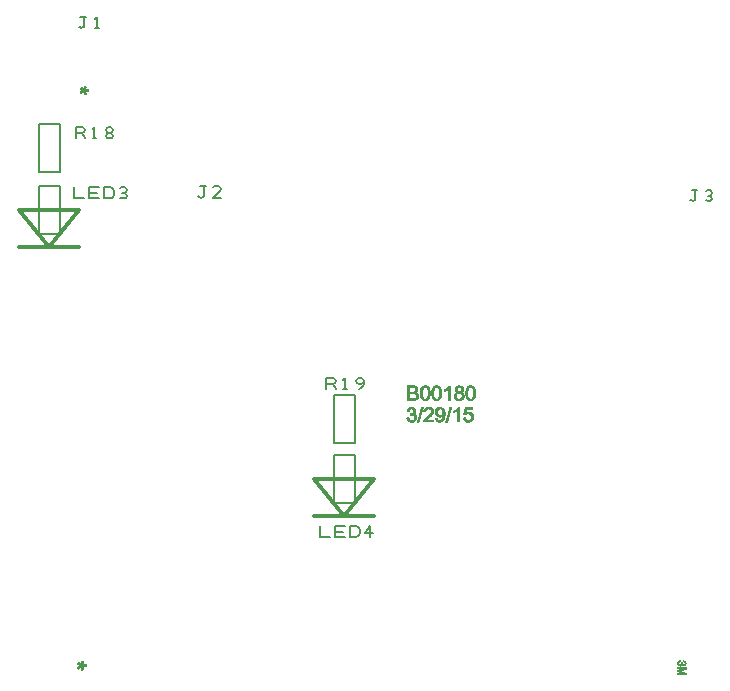
<source format=gbr>
%FSLAX25Y25*%
%MOIN*%
G04 EasyPC Gerber Version 18.0.6 Build 3620 *
%ADD71C,0.00100*%
%ADD70C,0.00500*%
%ADD84C,0.01200*%
X0Y0D02*
D02*
D70*
X21314Y166163D02*
Y150163D01*
X28314*
Y166163*
X21314*
X28314Y170563D02*
Y186563D01*
X21314*
Y170563*
X28314*
X33214Y165650D02*
Y161900D01*
X36339*
X38214D02*
Y165650D01*
X41339*
X40714Y163776D02*
X38214D01*
Y161900D02*
X41339D01*
X43214D02*
Y165650D01*
X45089*
X45714Y165338*
X46026Y165026*
X46339Y164400*
Y163150*
X46026Y162526*
X45714Y162213*
X45089Y161900*
X43214*
X48526Y162213D02*
X49151Y161900D01*
X49776*
X50401Y162213*
X50714Y162838*
X50401Y163463*
X49776Y163776*
X49151*
X49776D02*
X50401Y164088D01*
X50714Y164713*
X50401Y165338*
X49776Y165650*
X49151*
X48526Y165338*
X33614Y181900D02*
Y185650D01*
X35801*
X36426Y185338*
X36739Y184713*
X36426Y184088*
X35801Y183776*
X33614*
X35801D02*
X36739Y181900D01*
X39239D02*
X40489D01*
X39864D02*
Y185650D01*
X39239Y185026*
X44551Y183776D02*
X45176D01*
X45801Y184088*
X46114Y184713*
X45801Y185338*
X45176Y185650*
X44551*
X43926Y185338*
X43614Y184713*
X43926Y184088*
X44551Y183776*
X43926Y183463*
X43614Y182838*
X43926Y182213*
X44551Y181900*
X45176*
X45801Y182213*
X46114Y182838*
X45801Y183463*
X45176Y183776*
X34587Y219219D02*
X34900Y218906D01*
X35524Y218593*
X36150Y218906*
X36462Y219219*
Y222343*
X37087*
X36462D02*
X35212D01*
X40212Y218593D02*
X41462D01*
X40837D02*
Y222343D01*
X40212Y221719*
X74518Y162791D02*
X74831Y162479D01*
X75456Y162166*
X76081Y162479*
X76393Y162791*
Y165916*
X77018*
X76393D02*
X75143D01*
X82018Y162166D02*
X79518D01*
X81706Y164354*
X82018Y164979*
X81706Y165604*
X81081Y165916*
X80143*
X79518Y165604*
X115214Y52750D02*
Y49000D01*
X118339*
X120214D02*
Y52750D01*
X123339*
X122714Y50876D02*
X120214D01*
Y49000D02*
X123339D01*
X125214D02*
Y52750D01*
X127089*
X127714Y52438*
X128026Y52126*
X128339Y51500*
Y50250*
X128026Y49626*
X127714Y49313*
X127089Y49000*
X125214*
X131776D02*
Y52750D01*
X130214Y50250*
X132714*
X117214Y98300D02*
Y102050D01*
X119401*
X120026Y101738*
X120339Y101113*
X120026Y100488*
X119401Y100176*
X117214*
X119401D02*
X120339Y98300D01*
X122839D02*
X124089D01*
X123464D02*
Y102050D01*
X122839Y101426*
X128151Y98300D02*
X128776Y98613D01*
X129401Y99238*
X129714Y100176*
Y101113*
X129401Y101738*
X128776Y102050*
X128151*
X127526Y101738*
X127214Y101113*
X127526Y100488*
X128151Y100176*
X128776*
X129401Y100488*
X129714Y101113*
X119714Y76463D02*
Y60463D01*
X126714*
Y76463*
X119714*
X126714Y80463D02*
Y96463D01*
X119714*
Y80463*
X126714*
X238337Y161541D02*
X238650Y161229D01*
X239274Y160916*
X239900Y161229*
X240212Y161541*
Y164666*
X240837*
X240212D02*
X238962D01*
X243650Y161229D02*
X244274Y160916D01*
X244900*
X245524Y161229*
X245837Y161854*
X245524Y162479*
X244900Y162791*
X244274*
X244900D02*
X245524Y163104D01*
X245837Y163729*
X245524Y164354*
X244900Y164666*
X244274*
X243650Y164354*
D02*
D71*
X35550Y4815D02*
X35302Y5931D01*
X34930Y5683*
X34434Y5187*
X34062Y5683*
X34434Y6055*
X35054Y6427*
X34434Y6675*
X34062Y6923*
X34434Y7419*
X35054Y6923*
X35302Y6675*
X35550Y7791*
X36170Y7543*
X35922Y6923*
X35674Y6551*
X36418Y6675*
X36914*
Y6055*
X35798Y6179*
X35674*
X36170Y5063*
X35550Y4815*
X35534Y4883D02*
X35721D01*
X35514Y4977D02*
X35955D01*
X35493Y5071D02*
X36166D01*
X35472Y5165D02*
X36124D01*
X34380Y5258D02*
X34505D01*
X35451D02*
X36083D01*
X34310Y5352D02*
X34599D01*
X35430D02*
X36041D01*
X34240Y5446D02*
X34693D01*
X35410D02*
X36000D01*
X34170Y5539D02*
X34786D01*
X35389D02*
X35958D01*
X34099Y5633D02*
X34880D01*
X35368D02*
X35916D01*
X34106Y5727D02*
X34995D01*
X35347D02*
X35875D01*
X34199Y5820D02*
X35136D01*
X35326D02*
X35833D01*
X34293Y5914D02*
X35276D01*
X35306D02*
X35791D01*
X34387Y6008D02*
X35750D01*
X34511Y6102D02*
X35708D01*
X36496D02*
X36914D01*
X34667Y6195D02*
X36914D01*
X34824Y6289D02*
X36914D01*
X34980Y6383D02*
X36914D01*
X34931Y6476D02*
X36914D01*
X34696Y6570D02*
X35686D01*
X35787D02*
X36914D01*
X34461Y6664D02*
X35749D01*
X36351D02*
X36914D01*
X34310Y6757D02*
X35219D01*
X35320D02*
X35811D01*
X34169Y6851D02*
X35126D01*
X35341D02*
X35874D01*
X34078Y6945D02*
X35026D01*
X35362D02*
X35930D01*
X34149Y7039D02*
X34909D01*
X35383D02*
X35968D01*
X34219Y7132D02*
X34792D01*
X35404D02*
X36006D01*
X34289Y7226D02*
X34675D01*
X35424D02*
X36043D01*
X34359Y7320D02*
X34558D01*
X35445D02*
X36080D01*
X34430Y7413D02*
X34441D01*
X35466D02*
X36118D01*
X35487Y7507D02*
X36156D01*
X35507Y7601D02*
X36025D01*
X35528Y7694D02*
X35791D01*
X35549Y7788D02*
X35557D01*
X36398Y196593D02*
X36162Y197656D01*
X35807Y197420*
X35335Y196947*
X34981Y197420*
X35335Y197774*
X35926Y198128*
X35335Y198365*
X34981Y198601*
X35335Y199073*
X35926Y198601*
X36162Y198365*
X36398Y199428*
X36989Y199191*
X36752Y198601*
X36516Y198246*
X37225Y198365*
X37697*
Y197774*
X36634Y197892*
X36516*
X36989Y196829*
X36398Y196593*
X36397Y196596D02*
X36406D01*
X36376Y196690D02*
X36640D01*
X36356Y196783D02*
X36874D01*
X36335Y196877D02*
X36967D01*
X35317Y196971D02*
X35359D01*
X36314D02*
X36926D01*
X35247Y197065D02*
X35452D01*
X36293D02*
X36884D01*
X35177Y197158D02*
X35546D01*
X36272D02*
X36842D01*
X35106Y197252D02*
X35640D01*
X36252D02*
X36801D01*
X35036Y197346D02*
X35733D01*
X36231D02*
X36759D01*
X35000Y197439D02*
X35837D01*
X36210D02*
X36717D01*
X35094Y197533D02*
X35978D01*
X36189D02*
X36676D01*
X35188Y197627D02*
X36118D01*
X36168D02*
X36634D01*
X35281Y197720D02*
X36593D01*
X35402Y197814D02*
X36551D01*
X37336D02*
X37697D01*
X35558Y197908D02*
X37697D01*
X35714Y198002D02*
X37697D01*
X35870Y198095D02*
X37697D01*
X35774Y198189D02*
X37697D01*
X35540Y198283D02*
X36540D01*
X36733D02*
X37697D01*
X35317Y198376D02*
X36150D01*
X36165D02*
X36603D01*
X35177Y198470D02*
X36056D01*
X36185D02*
X36665D01*
X35036Y198564D02*
X35963D01*
X36206D02*
X36728D01*
X35023Y198657D02*
X35855D01*
X36227D02*
X36775D01*
X35094Y198751D02*
X35738D01*
X36248D02*
X36813D01*
X35164Y198845D02*
X35620D01*
X36269D02*
X36850D01*
X35234Y198939D02*
X35504D01*
X36289D02*
X36887D01*
X35304Y199032D02*
X35386D01*
X36310D02*
X36925D01*
X36331Y199126D02*
X36963D01*
X36352Y199220D02*
X36918D01*
X36373Y199313D02*
X36683D01*
X36393Y199407D02*
X36449D01*
X146224Y90173D02*
X146584Y89993D01*
X146854Y89723*
X147034Y89363*
X147124Y89003*
X147034Y88373*
X146674Y87923*
X146134Y87563*
X145504Y87473*
X144874Y87563*
X144424Y87833*
X144064Y88283*
X143884Y88823*
X144514Y88913*
X144604Y88463*
X144874Y88193*
X145144Y88013*
X145504Y87923*
X145864Y88013*
X146224Y88193*
X146404Y88553*
X146494Y88913*
X146404Y89273*
X146224Y89633*
X145864Y89813*
X145504Y89903*
X145054Y89813*
X145144Y90353*
X145504*
X145864Y90443*
X146134Y90713*
X146224Y91163*
X146134Y91523*
X145954Y91793*
X145774Y91883*
X145414Y91973*
X145144Y91883*
X144874Y91703*
X144694Y91433*
X144604Y91073*
X143974Y91163*
X144154Y91703*
X144514Y92063*
X144964Y92333*
X145414Y92423*
X145954Y92333*
X146494Y92063*
X146764Y91613*
X146854Y91163*
X146674Y90533*
X146224Y90173*
X149284Y92423D02*
X147844Y87473D01*
X147394*
X148834Y92423*
X149284*
X152704Y87563D02*
X149464D01*
X149554Y87923*
X149734Y88283*
X150184Y88733*
X150814Y89363*
X151714Y90173*
X151984Y90623*
X152074Y91073*
X151984Y91433*
X151804Y91703*
X151534Y91883*
X151174Y91973*
X150814Y91883*
X150454Y91703*
X150274Y91433*
X150184Y90983*
X149554Y91073*
X149734Y91613*
X150094Y92063*
X150544Y92333*
X151174Y92423*
X151804Y92333*
X152344Y91973*
X152614Y91523*
X152704Y91073*
X152614Y90533*
X152344Y90083*
X151894Y89453*
X150994Y88733*
X150544Y88283*
X150274Y88013*
X152704*
Y87563*
X155944Y89813D02*
X155494Y89363D01*
X155134Y89183*
X154774*
X154234Y89273*
X153784Y89633*
X153424Y90083*
X153334Y90803*
X153424Y91433*
X153784Y91973*
X154234Y92333*
X154864Y92423*
X155494Y92243*
X156034Y91883*
X156304Y91613*
X156484Y91163*
X156574Y90713*
Y90083*
X156484Y88913*
X156124Y88103*
X155584Y87653*
X154774Y87473*
X154324Y87563*
X153874Y87743*
X153604Y88103*
X153424Y88643*
X154054Y88733*
X154144Y88373*
X154324Y88103*
X154504Y87923*
X154864*
X155314Y88013*
X155674Y88463*
X155854Y89003*
X155944Y89813*
X154954Y89633D02*
X155314Y89723D01*
X155584Y89993*
X155764Y90353*
X155854Y90803*
X155764Y91253*
X155584Y91613*
X155314Y91883*
X154954Y91973*
X154594Y91883*
X154234Y91613*
X154054Y91163*
X153964Y90713*
X154054Y90263*
X154234Y89903*
X154594Y89723*
X154954Y89633*
X158734Y92423D02*
X157294Y87473D01*
X156844*
X158284Y92423*
X158734*
X161344Y87563D02*
X160714D01*
Y91343*
X160174Y90983*
X159544Y90623*
Y91073*
X160444Y91613*
X160984Y92333*
X161344*
Y87563*
X163594Y90533D02*
X164044Y90713D01*
X164584Y90803*
X165124Y90713*
X165574Y90353*
X165934Y89813*
X166024Y89183*
X165934Y88553*
X165574Y88013*
X165034Y87563*
X164314Y87473*
X163774Y87563*
X163324Y87833*
X162964Y88283*
X162784Y88823*
X163414Y88913*
X163504Y88463*
X163774Y88193*
X164044Y88013*
X164404Y87923*
X164764Y88013*
X165124Y88283*
X165304Y88643*
X165394Y89183*
X165304Y89633*
X165124Y89993*
X164764Y90263*
X164404Y90353*
X163864Y90263*
X163504Y89903*
X162874Y89993*
X163324Y92333*
X165844*
Y91883*
X163864*
X163594Y90533*
X145011Y87543D02*
X145996D01*
X147414D02*
X147864D01*
X154422D02*
X155090D01*
X156864D02*
X157314D01*
X163892D02*
X164877D01*
X144750Y87637D02*
X146245D01*
X147441D02*
X147891D01*
X149482D02*
X152704D01*
X154139D02*
X155511D01*
X156891D02*
X157341D01*
X160714D02*
X161344D01*
X163650D02*
X165123D01*
X144594Y87731D02*
X146385D01*
X147469D02*
X147919D01*
X149506D02*
X152704D01*
X153904D02*
X155677D01*
X156919D02*
X157369D01*
X160714D02*
X161344D01*
X163494D02*
X165235D01*
X144438Y87824D02*
X146526D01*
X147496D02*
X147946D01*
X149529D02*
X152704D01*
X153813D02*
X155789D01*
X156946D02*
X157396D01*
X160714D02*
X161344D01*
X163338D02*
X165347D01*
X144356Y87918D02*
X146667D01*
X147523D02*
X147973D01*
X149553D02*
X152704D01*
X153743D02*
X155902D01*
X156973D02*
X157423D01*
X160714D02*
X161344D01*
X163256D02*
X165460D01*
X144281Y88012D02*
X145144D01*
X145861D02*
X146745D01*
X147550D02*
X148000D01*
X149598D02*
X150274D01*
X153672D02*
X154415D01*
X155313D02*
X156014D01*
X157000D02*
X157450D01*
X160714D02*
X161344D01*
X163181D02*
X164044D01*
X164762D02*
X165574D01*
X144206Y88106D02*
X145005D01*
X146049D02*
X146820D01*
X147578D02*
X148028D01*
X149645D02*
X150366D01*
X153603D02*
X154322D01*
X155388D02*
X156125D01*
X157028D02*
X157478D01*
X160714D02*
X161344D01*
X163106D02*
X163905D01*
X164887D02*
X165635D01*
X144131Y88199D02*
X144867D01*
X146227D02*
X146895D01*
X147605D02*
X148055D01*
X149692D02*
X150460D01*
X153572D02*
X154259D01*
X155463D02*
X156167D01*
X157055D02*
X157505D01*
X160714D02*
X161344D01*
X163031D02*
X163767D01*
X165012D02*
X165698D01*
X144061Y88293D02*
X144774D01*
X146274D02*
X146970D01*
X147632D02*
X148082D01*
X149744D02*
X150554D01*
X153541D02*
X154197D01*
X155538D02*
X156208D01*
X157082D02*
X157532D01*
X160714D02*
X161344D01*
X162961D02*
X163674D01*
X165129D02*
X165760D01*
X144029Y88387D02*
X144680D01*
X146320D02*
X147036D01*
X147659D02*
X148109D01*
X149837D02*
X150647D01*
X153509D02*
X154140D01*
X155613D02*
X156250D01*
X157109D02*
X157559D01*
X160714D02*
X161344D01*
X162929D02*
X163580D01*
X165176D02*
X165823D01*
X143998Y88480D02*
X144600D01*
X146367D02*
X147049D01*
X147687D02*
X148137D01*
X149931D02*
X150741D01*
X153478D02*
X154117D01*
X155680D02*
X156291D01*
X157137D02*
X157587D01*
X160714D02*
X161344D01*
X162898D02*
X163500D01*
X165222D02*
X165885D01*
X143967Y88574D02*
X144582D01*
X146409D02*
X147063D01*
X147714D02*
X148164D01*
X150025D02*
X150835D01*
X153446D02*
X154094D01*
X155711D02*
X156333D01*
X157164D02*
X157614D01*
X160714D02*
X161344D01*
X162867D02*
X163482D01*
X165269D02*
X165937D01*
X143935Y88668D02*
X144563D01*
X146433D02*
X147076D01*
X147741D02*
X148191D01*
X150119D02*
X150928D01*
X153597D02*
X154070D01*
X155742D02*
X156375D01*
X157191D02*
X157641D01*
X160714D02*
X161344D01*
X162835D02*
X163463D01*
X165308D02*
X165950D01*
X143904Y88761D02*
X144544D01*
X146456D02*
X147089D01*
X147769D02*
X148219D01*
X150212D02*
X151029D01*
X155773D02*
X156417D01*
X157219D02*
X157669D01*
X160714D02*
X161344D01*
X162804D02*
X163444D01*
X165324D02*
X165963D01*
X144109Y88855D02*
X144525D01*
X146479D02*
X147102D01*
X147796D02*
X148246D01*
X150306D02*
X151146D01*
X155804D02*
X156458D01*
X157246D02*
X157696D01*
X160714D02*
X161344D01*
X163009D02*
X163425D01*
X165339D02*
X165977D01*
X146485Y88949D02*
X147116D01*
X147823D02*
X148273D01*
X150400D02*
X151263D01*
X155836D02*
X156487D01*
X157273D02*
X157723D01*
X160714D02*
X161344D01*
X165355D02*
X165990D01*
X146461Y89043D02*
X147114D01*
X147850D02*
X148300D01*
X150493D02*
X151380D01*
X155858D02*
X156494D01*
X157300D02*
X157750D01*
X160714D02*
X161344D01*
X165370D02*
X166004D01*
X146438Y89136D02*
X147091D01*
X147878D02*
X148328D01*
X150587D02*
X151498D01*
X155869D02*
X156501D01*
X157328D02*
X157778D01*
X160714D02*
X161344D01*
X165386D02*
X166017D01*
X146415Y89230D02*
X147067D01*
X147905D02*
X148355D01*
X150681D02*
X151615D01*
X154492D02*
X155228D01*
X155879D02*
X156508D01*
X157355D02*
X157805D01*
X160714D02*
X161344D01*
X165384D02*
X166017D01*
X146378Y89324D02*
X147044D01*
X147932D02*
X148382D01*
X150774D02*
X151732D01*
X154170D02*
X155415D01*
X155889D02*
X156515D01*
X157382D02*
X157832D01*
X160714D02*
X161344D01*
X165366D02*
X166004D01*
X146331Y89417D02*
X147007D01*
X147959D02*
X148409D01*
X150874D02*
X151849D01*
X154054D02*
X155548D01*
X155900D02*
X156522D01*
X157409D02*
X157859D01*
X160714D02*
X161344D01*
X165347D02*
X165990D01*
X146285Y89511D02*
X146960D01*
X147987D02*
X148437D01*
X150978D02*
X151935D01*
X153936D02*
X155642D01*
X155910D02*
X156530D01*
X157437D02*
X157887D01*
X160714D02*
X161344D01*
X165328D02*
X165977D01*
X146238Y89605D02*
X146913D01*
X148014D02*
X148464D01*
X151082D02*
X152002D01*
X153819D02*
X155735D01*
X155920D02*
X156537D01*
X157464D02*
X157914D01*
X160714D02*
X161344D01*
X165309D02*
X165963D01*
X146093Y89698D02*
X146866D01*
X148041D02*
X148491D01*
X151187D02*
X152069D01*
X153731D02*
X154692D01*
X155216D02*
X155829D01*
X155931D02*
X156544D01*
X157491D02*
X157941D01*
X160714D02*
X161344D01*
X165271D02*
X165950D01*
X145906Y89792D02*
X146785D01*
X148069D02*
X148519D01*
X151291D02*
X152136D01*
X153657D02*
X154456D01*
X155383D02*
X155923D01*
X155941D02*
X156551D01*
X157519D02*
X157969D01*
X160714D02*
X161344D01*
X165224D02*
X165937D01*
X145066Y89886D02*
X145417D01*
X145573D02*
X146691D01*
X148096D02*
X148546D01*
X151395D02*
X152203D01*
X153581D02*
X154269D01*
X155477D02*
X156559D01*
X157546D02*
X157996D01*
X160714D02*
X161344D01*
X165177D02*
X165885D01*
X145081Y89980D02*
X146597D01*
X148123D02*
X148573D01*
X151499D02*
X152270D01*
X153507D02*
X154196D01*
X155570D02*
X156566D01*
X157573D02*
X158023D01*
X160714D02*
X161344D01*
X162968D02*
X163580D01*
X165130D02*
X165823D01*
X145097Y90073D02*
X146423D01*
X148150D02*
X148600D01*
X151603D02*
X152337D01*
X153431D02*
X154149D01*
X155624D02*
X156573D01*
X157600D02*
X158050D01*
X160714D02*
X161344D01*
X162889D02*
X163674D01*
X165017D02*
X165760D01*
X145113Y90167D02*
X146235D01*
X148178D02*
X148628D01*
X151707D02*
X152394D01*
X153413D02*
X154102D01*
X155671D02*
X156574D01*
X157628D02*
X158078D01*
X160714D02*
X161344D01*
X162907D02*
X163768D01*
X164892D02*
X165698D01*
X145128Y90261D02*
X146333D01*
X148205D02*
X148655D01*
X151767D02*
X152450D01*
X153402D02*
X154055D01*
X155718D02*
X156574D01*
X157655D02*
X158105D01*
X160714D02*
X161344D01*
X162925D02*
X163861D01*
X164767D02*
X165635D01*
X145509Y90354D02*
X146450D01*
X148232D02*
X148682D01*
X151823D02*
X152507D01*
X153390D02*
X154036D01*
X155764D02*
X156574D01*
X157682D02*
X158132D01*
X160714D02*
X161344D01*
X162943D02*
X165574D01*
X145869Y90448D02*
X146567D01*
X148259D02*
X148709D01*
X151879D02*
X152563D01*
X153378D02*
X154017D01*
X155783D02*
X156574D01*
X157709D02*
X158159D01*
X160714D02*
X161344D01*
X162961D02*
X165455D01*
X145963Y90542D02*
X146676D01*
X148287D02*
X148737D01*
X151935D02*
X152615D01*
X153367D02*
X153998D01*
X155802D02*
X156574D01*
X157737D02*
X158187D01*
X160714D02*
X161344D01*
X162979D02*
X163595D01*
X163615D02*
X165338D01*
X146056Y90635D02*
X146703D01*
X148314D02*
X148764D01*
X151986D02*
X152631D01*
X153355D02*
X153979D01*
X155820D02*
X156574D01*
X157764D02*
X158214D01*
X159544D02*
X159566D01*
X160714D02*
X161344D01*
X162997D02*
X163614D01*
X163850D02*
X165220D01*
X146137Y90729D02*
X146730D01*
X148341D02*
X148791D01*
X152005D02*
X152646D01*
X153343D02*
X153967D01*
X155839D02*
X156570D01*
X157791D02*
X158241D01*
X159544D02*
X159730D01*
X160714D02*
X161344D01*
X163015D02*
X163633D01*
X164141D02*
X165027D01*
X146156Y90823D02*
X146757D01*
X148369D02*
X148819D01*
X152024D02*
X152662D01*
X153337D02*
X153986D01*
X155850D02*
X156552D01*
X157819D02*
X158269D01*
X159544D02*
X159893D01*
X160714D02*
X161344D01*
X163033D02*
X163652D01*
X146174Y90917D02*
X146783D01*
X148396D02*
X148846D01*
X152043D02*
X152678D01*
X153350D02*
X154005D01*
X155831D02*
X156533D01*
X157846D02*
X158296D01*
X159544D02*
X160057D01*
X160714D02*
X161344D01*
X163051D02*
X163670D01*
X146193Y91010D02*
X146810D01*
X148423D02*
X148873D01*
X149993D02*
X150189D01*
X152061D02*
X152693D01*
X153363D02*
X154023D01*
X155813D02*
X156514D01*
X157873D02*
X158323D01*
X159544D02*
X160215D01*
X160714D02*
X161344D01*
X163069D02*
X163689D01*
X144387Y91104D02*
X144612D01*
X146212D02*
X146837D01*
X148450D02*
X148900D01*
X149564D02*
X150208D01*
X152066D02*
X152698D01*
X153377D02*
X154042D01*
X155794D02*
X156496D01*
X157900D02*
X158350D01*
X159596D02*
X160355D01*
X160714D02*
X161344D01*
X163087D02*
X163708D01*
X143985Y91198D02*
X144635D01*
X146215D02*
X146847D01*
X148478D02*
X148928D01*
X149596D02*
X150227D01*
X152043D02*
X152679D01*
X153390D02*
X154068D01*
X155775D02*
X156470D01*
X157928D02*
X158378D01*
X159752D02*
X160496D01*
X160714D02*
X161344D01*
X163105D02*
X163727D01*
X144017Y91291D02*
X144658D01*
X146192D02*
X146828D01*
X148505D02*
X148955D01*
X149627D02*
X150245D01*
X152019D02*
X152660D01*
X153404D02*
X154105D01*
X155744D02*
X156433D01*
X157955D02*
X158405D01*
X159908D02*
X160636D01*
X160714D02*
X161344D01*
X163123D02*
X163745D01*
X144048Y91385D02*
X144682D01*
X146168D02*
X146809D01*
X148532D02*
X148982D01*
X149658D02*
X150264D01*
X151996D02*
X152641D01*
X153417D02*
X154143D01*
X155698D02*
X156395D01*
X157982D02*
X158432D01*
X160064D02*
X161344D01*
X163141D02*
X163764D01*
X144079Y91479D02*
X144724D01*
X146145D02*
X146791D01*
X148559D02*
X149009D01*
X149689D02*
X150304D01*
X151954D02*
X152622D01*
X153454D02*
X154180D01*
X155651D02*
X156357D01*
X158009D02*
X158459D01*
X160220D02*
X161344D01*
X163159D02*
X163783D01*
X144110Y91572D02*
X144787D01*
X146101D02*
X146772D01*
X148587D02*
X149037D01*
X149720D02*
X150367D01*
X151891D02*
X152584D01*
X153517D02*
X154218D01*
X155604D02*
X156320D01*
X158037D02*
X158487D01*
X160376D02*
X161344D01*
X163177D02*
X163802D01*
X144142Y91666D02*
X144849D01*
X146039D02*
X146732D01*
X148614D02*
X149064D01*
X149776D02*
X150429D01*
X151829D02*
X152528D01*
X153579D02*
X154305D01*
X155531D02*
X156251D01*
X158064D02*
X158514D01*
X160483D02*
X161344D01*
X163195D02*
X163820D01*
X144211Y91760D02*
X144959D01*
X145976D02*
X146676D01*
X148641D02*
X149091D01*
X149851D02*
X150567D01*
X151719D02*
X152472D01*
X153642D02*
X154430D01*
X155437D02*
X156157D01*
X158091D02*
X158541D01*
X160554D02*
X161344D01*
X163213D02*
X163839D01*
X144304Y91854D02*
X145099D01*
X145833D02*
X146619D01*
X148668D02*
X149118D01*
X149926D02*
X150755D01*
X151578D02*
X152415D01*
X153704D02*
X154554D01*
X155343D02*
X156063D01*
X158118D02*
X158568D01*
X160624D02*
X161344D01*
X163231D02*
X163858D01*
X144398Y91947D02*
X145337D01*
X145517D02*
X146563D01*
X148696D02*
X149146D01*
X150001D02*
X151071D01*
X151276D02*
X152359D01*
X153767D02*
X154851D01*
X155057D02*
X155937D01*
X158146D02*
X158596D01*
X160694D02*
X161344D01*
X163250D02*
X165844D01*
X144492Y92041D02*
X146507D01*
X148723D02*
X149173D01*
X150076D02*
X152242D01*
X153869D02*
X155797D01*
X158173D02*
X158623D01*
X160765D02*
X161344D01*
X163267D02*
X165844D01*
X144633Y92135D02*
X146350D01*
X148750D02*
X149200D01*
X150213D02*
X152101D01*
X153986D02*
X155656D01*
X158200D02*
X158650D01*
X160835D02*
X161344D01*
X163285D02*
X165844D01*
X144789Y92228D02*
X146163D01*
X148777D02*
X149227D01*
X150369D02*
X151961D01*
X154103D02*
X155516D01*
X158227D02*
X158677D01*
X160905D02*
X161344D01*
X163304D02*
X165844D01*
X144945Y92322D02*
X145976D01*
X148805D02*
X149255D01*
X150525D02*
X151820D01*
X154220D02*
X155217D01*
X158255D02*
X158705D01*
X160976D02*
X161344D01*
X163322D02*
X165844D01*
X145378Y92416D02*
X145456D01*
X148832D02*
X149282D01*
X151124D02*
X151223D01*
X154814D02*
X154889D01*
X158282D02*
X158732D01*
X146854Y97283D02*
X147214Y97103D01*
X147484Y96833*
X147664Y96563*
X147754Y96203*
X147664Y95753*
X147574Y95393*
X147304Y95123*
X146944Y94943*
X146584Y94763*
X145954*
X144154*
Y99623*
X145954*
X146674Y99533*
X147124Y99263*
X147394Y98813*
X147484Y98363*
Y98093*
X147304Y97733*
X146854Y97283*
X144784Y97553D02*
X145774D01*
X146314*
X146674Y97823*
X146854Y98003*
Y98273*
Y98633*
X146674Y98813*
X146314Y98993*
X145684Y99083*
X144784*
Y97553*
Y95303D02*
X145954D01*
X146494Y95393*
X146854Y95483*
X147034Y95753*
X147124Y96113*
X147034Y96473*
X146854Y96743*
X146494Y96923*
X145864Y97013*
X144784*
Y95303*
X150004Y99623D02*
X150724Y99443D01*
X151264Y98993*
X151534Y98183*
X151624Y97103*
X151534Y96023*
X151174Y95303*
X150724Y94853*
X150004Y94673*
X149284Y94853*
X148834Y95303*
X148474Y96023*
X148384Y97103*
X148474Y98273*
X148834Y98993*
X149284Y99443*
X150004Y99623*
Y95123D02*
X150454Y95213D01*
X150724Y95573*
X150904Y96203*
X150994Y97103*
Y97823*
X150904Y98273*
X150724Y98723*
X150544Y98993*
X150274Y99083*
X150004Y99173*
X149554Y99083*
X149284Y98723*
X149104Y98093*
X149014Y97103*
Y96473*
X149104Y95933*
X149284Y95573*
X149464Y95303*
X149734Y95123*
X150004*
X153784Y99623D02*
X154504Y99443D01*
X155044Y98993*
X155314Y98183*
X155404Y97103*
X155314Y96023*
X154954Y95303*
X154504Y94853*
X153784Y94673*
X153064Y94853*
X152614Y95303*
X152254Y96023*
X152164Y97103*
X152254Y98273*
X152614Y98993*
X153064Y99443*
X153784Y99623*
Y95123D02*
X154234Y95213D01*
X154504Y95573*
X154684Y96203*
X154774Y97103*
Y97823*
X154684Y98273*
X154504Y98723*
X154324Y98993*
X154054Y99083*
X153784Y99173*
X153334Y99083*
X153064Y98723*
X152884Y98093*
X152794Y97103*
Y96473*
X152884Y95933*
X153064Y95573*
X153244Y95303*
X153514Y95123*
X153784*
X158284Y94763D02*
X157654D01*
Y98543*
X157114Y98183*
X156484Y97823*
Y98273*
X157384Y98813*
X157924Y99533*
X158284*
Y94763*
X162064Y97463D02*
X162424Y97193D01*
X162784Y96923*
X162874Y96563*
X162964Y96203*
X162874Y95573*
X162514Y95123*
X161974Y94763*
X161344Y94673*
X160714Y94763*
X160174Y95123*
X159814Y95573*
X159724Y96203*
X159814Y96653*
X159994Y97013*
X160264Y97283*
X160624Y97463*
X160354Y97553*
X160084Y97733*
X159994Y98093*
X159904Y98363*
X159994Y98903*
X160264Y99263*
X160714Y99533*
X161344Y99623*
X161884Y99533*
X162424Y99263*
X162694Y98813*
X162784Y98363*
Y98093*
X162604Y97823*
X162334Y97553*
X162064Y97463*
X161344Y97643D02*
X161704D01*
X161884Y97823*
X162064Y98093*
X162154Y98363*
X162064Y98723*
X161884Y98903*
X161614Y99083*
X161344Y99173*
X160984Y99083*
X160804Y98903*
X160624Y98723*
X160534Y98453*
X160624Y98093*
X160804Y97823*
X161074Y97643*
X161344*
Y95123D02*
X161704Y95213D01*
X162064Y95393*
X162244Y95753*
X162334Y96113*
X162244Y96563*
X162064Y96923*
X161704Y97103*
X161344Y97193*
X160984Y97103*
X160624Y96923*
X160444Y96563*
X160354Y96203*
X160444Y95753*
X160624Y95393*
X160984Y95213*
X161344Y95123*
X165124Y99623D02*
X165844Y99443D01*
X166384Y98993*
X166654Y98183*
X166744Y97103*
X166654Y96023*
X166294Y95303*
X165844Y94853*
X165124Y94673*
X164404Y94853*
X163954Y95303*
X163594Y96023*
X163504Y97103*
X163594Y98273*
X163954Y98993*
X164404Y99443*
X165124Y99623*
Y95123D02*
X165574Y95213D01*
X165844Y95573*
X166024Y96203*
X166114Y97103*
Y97823*
X166024Y98273*
X165844Y98723*
X165664Y98993*
X165394Y99083*
X165124Y99173*
X164674Y99083*
X164404Y98723*
X164224Y98093*
X164134Y97103*
Y96473*
X164224Y95933*
X164404Y95573*
X164584Y95303*
X164854Y95123*
X165124*
X149722Y94743D02*
X150285D01*
X153502D02*
X154065D01*
X160851D02*
X161836D01*
X164843D02*
X165405D01*
X144154Y94837D02*
X146732D01*
X149348D02*
X150659D01*
X153128D02*
X154439D01*
X157654D02*
X158284D01*
X160603D02*
X162085D01*
X164469D02*
X165779D01*
X144154Y94931D02*
X146919D01*
X149206D02*
X150801D01*
X152986D02*
X154581D01*
X157654D02*
X158284D01*
X160462D02*
X162225D01*
X164326D02*
X165921D01*
X144154Y95024D02*
X147107D01*
X149113D02*
X150895D01*
X152893D02*
X154675D01*
X157654D02*
X158284D01*
X160321D02*
X162366D01*
X164233D02*
X166015D01*
X144154Y95118D02*
X147294D01*
X149019D02*
X150989D01*
X152799D02*
X154769D01*
X157654D02*
X158284D01*
X160181D02*
X162507D01*
X164139D02*
X166109D01*
X144154Y95212D02*
X147393D01*
X148925D02*
X149600D01*
X150453D02*
X151082D01*
X152705D02*
X153380D01*
X154233D02*
X154863D01*
X157654D02*
X158284D01*
X160102D02*
X160984D01*
X161702D02*
X162585D01*
X164045D02*
X164720D01*
X165573D02*
X166202D01*
X144154Y95306D02*
X144784D01*
X145968D02*
X147486D01*
X148833D02*
X149462D01*
X150523D02*
X151175D01*
X152613D02*
X153242D01*
X154303D02*
X154955D01*
X157654D02*
X158284D01*
X160028D02*
X160798D01*
X161889D02*
X162660D01*
X163953D02*
X164582D01*
X165643D02*
X166295D01*
X144154Y95399D02*
X144784D01*
X146519D02*
X147575D01*
X148786D02*
X149400D01*
X150593D02*
X151222D01*
X152566D02*
X153180D01*
X154374D02*
X155002D01*
X157654D02*
X158284D01*
X159953D02*
X160620D01*
X162067D02*
X162735D01*
X163906D02*
X164520D01*
X165713D02*
X166342D01*
X144154Y95493D02*
X144784D01*
X146861D02*
X147599D01*
X148739D02*
X149337D01*
X150664D02*
X151269D01*
X152519D02*
X153117D01*
X154444D02*
X155049D01*
X157654D02*
X158284D01*
X159878D02*
X160574D01*
X162114D02*
X162810D01*
X163859D02*
X164457D01*
X165784D02*
X166389D01*
X144154Y95587D02*
X144784D01*
X146923D02*
X147622D01*
X148692D02*
X149277D01*
X150728D02*
X151315D01*
X152472D02*
X153057D01*
X154508D02*
X155096D01*
X157654D02*
X158284D01*
X159812D02*
X160527D01*
X162161D02*
X162876D01*
X163812D02*
X164397D01*
X165848D02*
X166435D01*
X144154Y95680D02*
X144784D01*
X146985D02*
X147646D01*
X148645D02*
X149230D01*
X150754D02*
X151363D01*
X152425D02*
X153010D01*
X154535D02*
X155143D01*
X157654D02*
X158284D01*
X159798D02*
X160480D01*
X162207D02*
X162889D01*
X163765D02*
X164350D01*
X165874D02*
X166483D01*
X144154Y95774D02*
X144784D01*
X147039D02*
X147668D01*
X148598D02*
X149183D01*
X150781D02*
X151409D01*
X152378D02*
X152963D01*
X154561D02*
X155189D01*
X157654D02*
X158284D01*
X159785D02*
X160439D01*
X162249D02*
X162902D01*
X163718D02*
X164303D01*
X165901D02*
X166530D01*
X144154Y95868D02*
X144784D01*
X147063D02*
X147687D01*
X148551D02*
X149137D01*
X150808D02*
X151456D01*
X152331D02*
X152917D01*
X154588D02*
X155236D01*
X157654D02*
X158284D01*
X159772D02*
X160421D01*
X162272D02*
X162916D01*
X163671D02*
X164256D01*
X165928D02*
X166576D01*
X144154Y95961D02*
X144784D01*
X147086D02*
X147706D01*
X148504D02*
X149099D01*
X150835D02*
X151503D01*
X152285D02*
X152879D01*
X154615D02*
X155283D01*
X157654D02*
X158284D01*
X159758D02*
X160402D01*
X162296D02*
X162929D01*
X163624D02*
X164219D01*
X165955D02*
X166623D01*
X144154Y96055D02*
X144784D01*
X147109D02*
X147724D01*
X148471D02*
X149083D01*
X150861D02*
X151537D01*
X152251D02*
X152863D01*
X154642D02*
X155317D01*
X157654D02*
X158284D01*
X159745D02*
X160383D01*
X162319D02*
X162943D01*
X163591D02*
X164203D01*
X165981D02*
X166657D01*
X144154Y96149D02*
X144784D01*
X147115D02*
X147743D01*
X148463D02*
X149068D01*
X150889D02*
X151544D01*
X152243D02*
X152848D01*
X154669D02*
X155324D01*
X157654D02*
X158284D01*
X159731D02*
X160365D01*
X162327D02*
X162956D01*
X163583D02*
X164188D01*
X166008D02*
X166665D01*
X144154Y96243D02*
X144784D01*
X147091D02*
X147744D01*
X148456D02*
X149052D01*
X150908D02*
X151552D01*
X152235D02*
X152832D01*
X154688D02*
X155332D01*
X157654D02*
X158284D01*
X159731D02*
X160364D01*
X162308D02*
X162954D01*
X163576D02*
X164172D01*
X166028D02*
X166672D01*
X144154Y96336D02*
X144784D01*
X147068D02*
X147720D01*
X148448D02*
X149037D01*
X150917D02*
X151560D01*
X152228D02*
X152817D01*
X154697D02*
X155340D01*
X157654D02*
X158284D01*
X159750D02*
X160387D01*
X162289D02*
X162930D01*
X163568D02*
X164157D01*
X166037D02*
X166680D01*
X144154Y96430D02*
X144784D01*
X147044D02*
X147697D01*
X148440D02*
X149021D01*
X150926D02*
X151568D01*
X152220D02*
X152801D01*
X154706D02*
X155348D01*
X157654D02*
X158284D01*
X159769D02*
X160411D01*
X162270D02*
X162907D01*
X163560D02*
X164141D01*
X166046D02*
X166688D01*
X144154Y96524D02*
X144784D01*
X147000D02*
X147674D01*
X148432D02*
X149014D01*
X150936D02*
X151576D01*
X152212D02*
X152794D01*
X154716D02*
X155356D01*
X157654D02*
X158284D01*
X159788D02*
X160434D01*
X162252D02*
X162883D01*
X163552D02*
X164134D01*
X166056D02*
X166696D01*
X144154Y96617D02*
X144784D01*
X146938D02*
X147628D01*
X148424D02*
X149014D01*
X150945D02*
X151583D01*
X152204D02*
X152794D01*
X154725D02*
X155363D01*
X157654D02*
X158284D01*
X159807D02*
X160471D01*
X162217D02*
X162860D01*
X163544D02*
X164134D01*
X166065D02*
X166703D01*
X144154Y96711D02*
X144784D01*
X146875D02*
X147565D01*
X148417D02*
X149014D01*
X150955D02*
X151591D01*
X152196D02*
X152794D01*
X154735D02*
X155371D01*
X157654D02*
X158284D01*
X159843D02*
X160518D01*
X162170D02*
X162837D01*
X163537D02*
X164134D01*
X166074D02*
X166711D01*
X144154Y96805D02*
X144784D01*
X146730D02*
X147503D01*
X148409D02*
X149014D01*
X150964D02*
X151599D01*
X152189D02*
X152794D01*
X154744D02*
X155379D01*
X157654D02*
X158284D01*
X159890D02*
X160565D01*
X162123D02*
X162813D01*
X163529D02*
X164134D01*
X166084D02*
X166719D01*
X144154Y96898D02*
X144784D01*
X146543D02*
X147419D01*
X148401D02*
X149014D01*
X150973D02*
X151607D01*
X152181D02*
X152794D01*
X154753D02*
X155387D01*
X157654D02*
X158284D01*
X159937D02*
X160611D01*
X162076D02*
X162790D01*
X163521D02*
X164134D01*
X166093D02*
X166727D01*
X144154Y96992D02*
X144784D01*
X146009D02*
X147325D01*
X148393D02*
X149014D01*
X150983D02*
X151615D01*
X152173D02*
X152794D01*
X154763D02*
X155394D01*
X157654D02*
X158284D01*
X159983D02*
X160762D01*
X161926D02*
X162691D01*
X163513D02*
X164134D01*
X166103D02*
X166735D01*
X144154Y97086D02*
X147231D01*
X148385D02*
X149014D01*
X150992D02*
X151622D01*
X152165D02*
X152794D01*
X154772D02*
X155402D01*
X157654D02*
X158284D01*
X160067D02*
X160949D01*
X161739D02*
X162567D01*
X163506D02*
X164134D01*
X166112D02*
X166742D01*
X144154Y97180D02*
X147061D01*
X148390D02*
X149021D01*
X150994D02*
X151617D01*
X152170D02*
X152801D01*
X154774D02*
X155398D01*
X157654D02*
X158284D01*
X160160D02*
X161290D01*
X161397D02*
X162441D01*
X163510D02*
X164141D01*
X166114D02*
X166737D01*
X144154Y97273D02*
X146874D01*
X148397D02*
X149029D01*
X150994D02*
X151609D01*
X152177D02*
X152809D01*
X154774D02*
X155390D01*
X157654D02*
X158284D01*
X160254D02*
X162317D01*
X163517D02*
X164149D01*
X166114D02*
X166730D01*
X144154Y97367D02*
X146938D01*
X148404D02*
X149038D01*
X150994D02*
X151602D01*
X152184D02*
X152818D01*
X154774D02*
X155382D01*
X157654D02*
X158284D01*
X160431D02*
X162192D01*
X163524D02*
X164158D01*
X166114D02*
X166722D01*
X144154Y97461D02*
X147031D01*
X148411D02*
X149046D01*
X150994D02*
X151594D01*
X152191D02*
X152826D01*
X154774D02*
X155374D01*
X157654D02*
X158284D01*
X160619D02*
X162067D01*
X163531D02*
X164166D01*
X166114D02*
X166714D01*
X144154Y97554D02*
X144784D01*
X146315D02*
X147125D01*
X148419D02*
X149055D01*
X150994D02*
X151586D01*
X152198D02*
X152835D01*
X154774D02*
X155366D01*
X157654D02*
X158284D01*
X160352D02*
X162334D01*
X163539D02*
X164175D01*
X166114D02*
X166706D01*
X144154Y97648D02*
X144784D01*
X146441D02*
X147219D01*
X148426D02*
X149063D01*
X150994D02*
X151578D01*
X152206D02*
X152843D01*
X154774D02*
X155358D01*
X157654D02*
X158284D01*
X160211D02*
X161066D01*
X161709D02*
X162429D01*
X163546D02*
X164183D01*
X166114D02*
X166698D01*
X144154Y97742D02*
X144784D01*
X146565D02*
X147308D01*
X148433D02*
X149072D01*
X150994D02*
X151570D01*
X152213D02*
X152852D01*
X154774D02*
X155351D01*
X157654D02*
X158284D01*
X160081D02*
X160926D01*
X161803D02*
X162523D01*
X163553D02*
X164192D01*
X166114D02*
X166691D01*
X144154Y97835D02*
X144784D01*
X146686D02*
X147355D01*
X148440D02*
X149080D01*
X150991D02*
X151563D01*
X152220D02*
X152860D01*
X154771D02*
X155343D01*
X156484D02*
X156506D01*
X157654D02*
X158284D01*
X160058D02*
X160796D01*
X161892D02*
X162612D01*
X163560D02*
X164200D01*
X166111D02*
X166683D01*
X144154Y97929D02*
X144784D01*
X146780D02*
X147402D01*
X148447D02*
X149089D01*
X150972D02*
X151555D01*
X152228D02*
X152869D01*
X154752D02*
X155335D01*
X156484D02*
X156670D01*
X157654D02*
X158284D01*
X160035D02*
X160733D01*
X161955D02*
X162675D01*
X163567D02*
X164209D01*
X166093D02*
X166675D01*
X144154Y98023D02*
X144784D01*
X146854D02*
X147449D01*
X148454D02*
X149098D01*
X150954D02*
X151547D01*
X152235D02*
X152878D01*
X154734D02*
X155327D01*
X156484D02*
X156833D01*
X157654D02*
X158284D01*
X160011D02*
X160670D01*
X162017D02*
X162737D01*
X163574D02*
X164217D01*
X166074D02*
X166667D01*
X144154Y98117D02*
X144784D01*
X146854D02*
X147484D01*
X148462D02*
X149111D01*
X150935D02*
X151539D01*
X152242D02*
X152891D01*
X154715D02*
X155319D01*
X156484D02*
X156997D01*
X157654D02*
X158284D01*
X159986D02*
X160618D01*
X162072D02*
X162784D01*
X163582D02*
X164230D01*
X166055D02*
X166659D01*
X144154Y98210D02*
X144784D01*
X146854D02*
X147484D01*
X148469D02*
X149137D01*
X150917D02*
X151525D01*
X152249D02*
X152917D01*
X154696D02*
X155305D01*
X156484D02*
X157155D01*
X157654D02*
X158284D01*
X159955D02*
X160594D01*
X162103D02*
X162784D01*
X163589D02*
X164257D01*
X166036D02*
X166645D01*
X144154Y98304D02*
X144784D01*
X146854D02*
X147484D01*
X148489D02*
X149164D01*
X150891D02*
X151494D01*
X152269D02*
X152944D01*
X154671D02*
X155274D01*
X156536D02*
X157295D01*
X157654D02*
X158284D01*
X159924D02*
X160571D01*
X162134D02*
X162784D01*
X163609D02*
X164284D01*
X166011D02*
X166614D01*
X144154Y98398D02*
X144784D01*
X146854D02*
X147477D01*
X148536D02*
X149191D01*
X150854D02*
X151462D01*
X152316D02*
X152971D01*
X154634D02*
X155242D01*
X156692D02*
X157436D01*
X157654D02*
X158284D01*
X159910D02*
X160548D01*
X162145D02*
X162777D01*
X163656D02*
X164311D01*
X165974D02*
X166582D01*
X144154Y98491D02*
X144784D01*
X146854D02*
X147458D01*
X148583D02*
X149218D01*
X150817D02*
X151431D01*
X152363D02*
X152998D01*
X154596D02*
X155211D01*
X156848D02*
X157576D01*
X157654D02*
X158284D01*
X159925D02*
X160546D01*
X162122D02*
X162758D01*
X163703D02*
X164338D01*
X165936D02*
X166551D01*
X144154Y98585D02*
X144784D01*
X146854D02*
X147439D01*
X148630D02*
X149244D01*
X150779D02*
X151400D01*
X152410D02*
X153024D01*
X154559D02*
X155180D01*
X157004D02*
X158284D01*
X159941D02*
X160578D01*
X162098D02*
X162739D01*
X163750D02*
X164365D01*
X165899D02*
X166520D01*
X144154Y98679D02*
X144784D01*
X146808D02*
X147420D01*
X148677D02*
X149271D01*
X150741D02*
X151369D01*
X152457D02*
X153051D01*
X154522D02*
X155148D01*
X157160D02*
X158284D01*
X159956D02*
X160609D01*
X162075D02*
X162720D01*
X163797D02*
X164391D01*
X165861D02*
X166489D01*
X144154Y98772D02*
X144784D01*
X146714D02*
X147402D01*
X148724D02*
X149321D01*
X150691D02*
X151337D01*
X152504D02*
X153101D01*
X154471D02*
X155117D01*
X157316D02*
X158284D01*
X159972D02*
X160673D01*
X162014D02*
X162702D01*
X163844D02*
X164441D01*
X165811D02*
X166457D01*
X144154Y98866D02*
X144784D01*
X146567D02*
X147362D01*
X148770D02*
X149391D01*
X150628D02*
X151306D01*
X152550D02*
X153171D01*
X154408D02*
X155086D01*
X157424D02*
X158284D01*
X159987D02*
X160767D01*
X161921D02*
X162662D01*
X163891D02*
X164511D01*
X165748D02*
X166426D01*
X144154Y98960D02*
X144784D01*
X146380D02*
X147306D01*
X148817D02*
X149461D01*
X150566D02*
X151275D01*
X152597D02*
X153241D01*
X154346D02*
X155055D01*
X157494D02*
X158284D01*
X160036D02*
X160861D01*
X161799D02*
X162606D01*
X163937D02*
X164581D01*
X165686D02*
X166395D01*
X144154Y99054D02*
X144784D01*
X145890D02*
X147249D01*
X148894D02*
X149532D01*
X150362D02*
X151191D01*
X152674D02*
X153312D01*
X154142D02*
X154971D01*
X157564D02*
X158284D01*
X160107D02*
X160954D01*
X161658D02*
X162549D01*
X164015D02*
X164652D01*
X165482D02*
X166311D01*
X144154Y99147D02*
X147193D01*
X148988D02*
X149876D01*
X150081D02*
X151078D01*
X152768D02*
X153656D01*
X153861D02*
X154859D01*
X157634D02*
X158284D01*
X160177D02*
X161241D01*
X161421D02*
X162493D01*
X164108D02*
X164995D01*
X165201D02*
X166198D01*
X144154Y99241D02*
X147137D01*
X149082D02*
X150966D01*
X152862D02*
X154746D01*
X157705D02*
X158284D01*
X160247D02*
X162437D01*
X164202D02*
X166086D01*
X144154Y99335D02*
X147004D01*
X149176D02*
X150854D01*
X152956D02*
X154634D01*
X157775D02*
X158284D01*
X160383D02*
X162280D01*
X164296D02*
X165974D01*
X144154Y99428D02*
X146848D01*
X149269D02*
X150741D01*
X153049D02*
X154521D01*
X157845D02*
X158284D01*
X160539D02*
X162093D01*
X164389D02*
X165861D01*
X144154Y99522D02*
X146692D01*
X149600D02*
X150407D01*
X153380D02*
X154187D01*
X157915D02*
X158284D01*
X160695D02*
X161906D01*
X164720D02*
X165527D01*
X144154Y99616D02*
X146011D01*
X149976D02*
X150032D01*
X153756D02*
X153812D01*
X161294D02*
X161386D01*
X165095D02*
X165152D01*
X235664Y6713D02*
X235564Y6513D01*
X235414Y6363*
X235214Y6263*
X235014Y6213*
X234664Y6263*
X234414Y6463*
X234214Y6763*
X234164Y7113*
X234214Y7463*
X234364Y7713*
X234614Y7913*
X234914Y8013*
X234964Y7663*
X234714Y7613*
X234564Y7463*
X234464Y7313*
X234414Y7113*
X234464Y6913*
X234564Y6713*
X234764Y6613*
X234964Y6563*
X235164Y6613*
X235364Y6713*
X235464Y6913*
X235514Y7113*
X235464Y7363*
X235764Y7313*
Y7113*
X235814Y6913*
X235964Y6763*
X236214Y6713*
X236414Y6763*
X236564Y6863*
X236614Y6963*
X236664Y7163*
X236614Y7313*
X236514Y7463*
X236364Y7563*
X236164Y7613*
X236214Y7963*
X236514Y7863*
X236714Y7663*
X236864Y7413*
X236914Y7163*
X236864Y6863*
X236714Y6563*
X236464Y6413*
X236214Y6363*
X235864Y6463*
X235664Y6713*
X234214Y3263D02*
Y3613D01*
X236464*
X234214Y4313*
Y4663*
X236514Y5413*
X234214*
Y5763*
X236914*
Y5213*
X235014Y4613*
X234714Y4513*
X234614*
Y4463*
X234764Y4413*
X235014Y4363*
X236914Y3763*
Y3263*
X234214*
Y3291D02*
X236914D01*
X234214Y3384D02*
X236914D01*
X234214Y3478D02*
X236914D01*
X234214Y3572D02*
X236914D01*
X236295Y3665D02*
X236914D01*
X235994Y3759D02*
X236914D01*
X235693Y3853D02*
X236630D01*
X235392Y3946D02*
X236333D01*
X235091Y4040D02*
X236036D01*
X234789Y4134D02*
X235739D01*
X234488Y4228D02*
X235443D01*
X234214Y4321D02*
X235146D01*
X234214Y4415D02*
X234758D01*
X234214Y4509D02*
X234614D01*
X234214Y4602D02*
X234982D01*
X234315Y4696D02*
X235277D01*
X234602Y4790D02*
X235574D01*
X234890Y4883D02*
X235870D01*
X235177Y4977D02*
X236167D01*
X235465Y5071D02*
X236464D01*
X235752Y5165D02*
X236760D01*
X236039Y5258D02*
X236914D01*
X236327Y5352D02*
X236914D01*
X234214Y5446D02*
X236914D01*
X234214Y5539D02*
X236914D01*
X234214Y5633D02*
X236914D01*
X234214Y5727D02*
X236914D01*
X234631Y6289D02*
X235266D01*
X234514Y6383D02*
X235433D01*
X236145D02*
X236312D01*
X234405Y6476D02*
X235527D01*
X235853D02*
X236569D01*
X234343Y6570D02*
X234935D01*
X234992D02*
X235592D01*
X235778D02*
X236717D01*
X234280Y6664D02*
X234662D01*
X235265D02*
X235639D01*
X235703D02*
X236764D01*
X234217Y6757D02*
X234542D01*
X235386D02*
X235991D01*
X236392D02*
X236811D01*
X234201Y6851D02*
X234495D01*
X235433D02*
X235876D01*
X236546D02*
X236858D01*
X234188Y6945D02*
X234456D01*
X235472D02*
X235806D01*
X236605D02*
X236878D01*
X234174Y7039D02*
X234432D01*
X235495D02*
X235782D01*
X236633D02*
X236893D01*
X234167Y7132D02*
X234419D01*
X235510D02*
X235764D01*
X236656D02*
X236909D01*
X234180Y7226D02*
X234442D01*
X235491D02*
X235764D01*
X236643D02*
X236901D01*
X234193Y7320D02*
X234468D01*
X235472D02*
X235724D01*
X236609D02*
X236882D01*
X234207Y7413D02*
X234531D01*
X236547D02*
X236864D01*
X234240Y7507D02*
X234608D01*
X236448D02*
X236807D01*
X234296Y7601D02*
X234702D01*
X236213D02*
X236751D01*
X234353Y7694D02*
X234959D01*
X236176D02*
X236682D01*
X234458Y7788D02*
X234946D01*
X236189D02*
X236589D01*
X234575Y7882D02*
X234933D01*
X236202D02*
X236457D01*
X234802Y7976D02*
X234919D01*
D02*
D84*
X14799Y158163D02*
X34799D01*
X24799Y145663*
X14799Y158163*
X34799Y145663D02*
X14799D01*
X113199Y68463D02*
X133199D01*
X123199Y55963*
X113199Y68463*
X133199Y55963D02*
X113199D01*
X0Y0D02*
M02*

</source>
